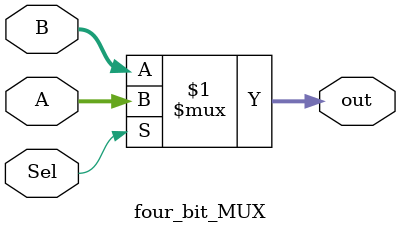
<source format=v>
`timescale 1ns / 1ps
module four_bit_MUX(
input [3:0] A, B,
input Sel,
output [3:0] out
);
assign out = Sel ? A : B;

endmodule

</source>
